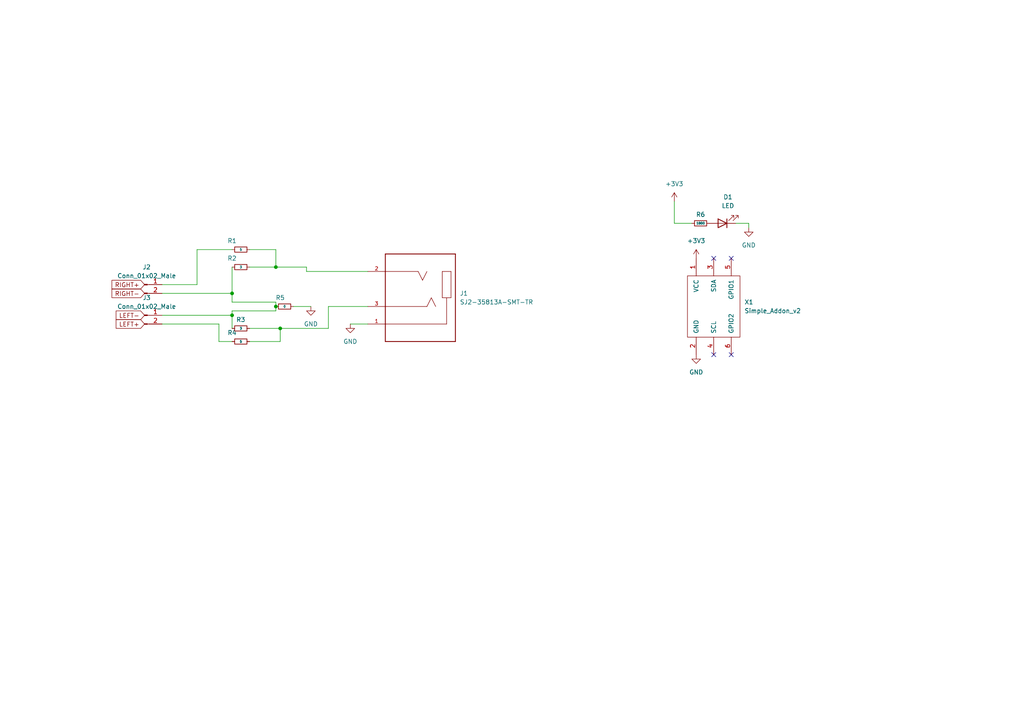
<source format=kicad_sch>
(kicad_sch (version 20211123) (generator eeschema)
  (paper "A4")
  (lib_symbols
    (symbol "Connector:Conn_01x02_Male" (pin_names (offset 1.016) hide)
      (property "Reference" "J" (at 0 2.54 0))
      (property "Value" "Conn_01x02_Male" (at 0 -5.08 0))
      (symbol "Conn_01x02_Male_1_1"
        (polyline (pts (xy 1.27 -2.54) (xy 0.8636 -2.54)) (stroke (width 0.1524)))
        (polyline (pts (xy 1.27 0) (xy 0.8636 0)) (stroke (width 0.1524)))
        (rectangle (start 0.8636 -2.413) (end 0 -2.667) (stroke (width 0.1524)) (fill (type outline)))
        (rectangle (start 0.8636 0.127) (end 0 -0.127) (stroke (width 0.1524)) (fill (type outline)))
        (pin passive line (at 5.08 0 180) (length 3.81) (name "Pin_1") (number "1"))
        (pin passive line (at 5.08 -2.54 180) (length 3.81) (name "Pin_2") (number "2"))
      )
    )
    (symbol "Device:LED" (pin_numbers hide) (pin_names (offset 1.016) hide)
      (property "Reference" "D" (at 0 2.54 0))
      (property "Value" "LED" (at 0 -2.54 0))
      (symbol "LED_0_1"
        (polyline (pts (xy -1.27 -1.27) (xy -1.27 1.27)) (stroke (width 0.254)))
        (polyline (pts (xy -1.27 0) (xy 1.27 0)))
        (polyline (pts (xy 1.27 -1.27) (xy 1.27 1.27) (xy -1.27 0) (xy 1.27 -1.27)) (stroke (width 0.254)))
        (polyline (pts (xy -3.048 -0.762) (xy -4.572 -2.286) (xy -3.81 -2.286) (xy -4.572 -2.286) (xy -4.572 -1.524)))
        (polyline (pts (xy -1.778 -0.762) (xy -3.302 -2.286) (xy -2.54 -2.286) (xy -3.302 -2.286) (xy -3.302 -1.524)))
      )
      (symbol "LED_1_1"
        (pin passive line (at -3.81 0 0) (length 2.54) (name "K") (number "1"))
        (pin passive line (at 3.81 0 180) (length 2.54) (name "A") (number "2"))
      )
    )
    (symbol "Device:R_Small" (pin_numbers hide) (pin_names (offset 0.254) hide)
      (property "Reference" "R" (at 0.762 0.508 0))
      (property "Value" "R_Small" (at 0.762 -1.016 0))
      (symbol "R_Small_0_1"
        (rectangle (start -0.762 1.778) (end 0.762 -1.778) (stroke (width 0.2032)))
      )
      (symbol "R_Small_1_1"
        (pin passive line (at 0 2.54 270) (length 0.762) (name "~") (number "1"))
        (pin passive line (at 0 -2.54 90) (length 0.762) (name "~") (number "2"))
      )
    )
    (symbol "SJ2-35813A-SMT-TR:SJ2-35813A-SMT-TR" (pin_names (offset 1.016) hide)
      (property "Reference" "J" (at -10.16 15.2654 0))
      (property "Value" "SJ2-35813A-SMT-TR" (at -10.1854 -17.8054 0))
      (symbol "SJ2-35813A-SMT-TR_0_0"
        (polyline (pts (xy -10.16 -12.7) (xy 10.16 -12.7)) (stroke (width 0.254)))
        (polyline (pts (xy -10.16 12.7) (xy -10.16 -12.7)) (stroke (width 0.254)))
        (polyline (pts (xy -8.89 -7.62) (xy -8.89 0)) (stroke (width 0.1524)))
        (polyline (pts (xy -8.89 0) (xy -7.62 0)) (stroke (width 0.1524)))
        (polyline (pts (xy -7.62 0) (xy -6.35 0)) (stroke (width 0.1524)))
        (polyline (pts (xy -7.62 7.62) (xy -7.62 0)) (stroke (width 0.1524)))
        (polyline (pts (xy -6.35 -7.62) (xy -8.89 -7.62)) (stroke (width 0.1524)))
        (polyline (pts (xy -6.35 0) (xy -6.35 -7.62)) (stroke (width 0.1524)))
        (polyline (pts (xy -3.175 0) (xy -4.445 2.54)) (stroke (width 0.1524)))
        (polyline (pts (xy -1.905 2.54) (xy -3.175 0)) (stroke (width 0.1524)))
        (polyline (pts (xy -0.635 -5.08) (xy -1.905 -7.62)) (stroke (width 0.1524)))
        (polyline (pts (xy 0.635 -7.62) (xy -0.635 -5.08)) (stroke (width 0.1524)))
        (polyline (pts (xy 10.16 -12.7) (xy 10.16 -7.62)) (stroke (width 0.254)))
        (polyline (pts (xy 10.16 -7.62) (xy 0.635 -7.62)) (stroke (width 0.1524)))
        (polyline (pts (xy 10.16 -7.62) (xy 10.16 2.54)) (stroke (width 0.254)))
        (polyline (pts (xy 10.16 2.54) (xy -1.905 2.54)) (stroke (width 0.1524)))
        (polyline (pts (xy 10.16 2.54) (xy 10.16 7.62)) (stroke (width 0.254)))
        (polyline (pts (xy 10.16 7.62) (xy -7.62 7.62)) (stroke (width 0.1524)))
        (polyline (pts (xy 10.16 7.62) (xy 10.16 12.7)) (stroke (width 0.254)))
        (polyline (pts (xy 10.16 12.7) (xy -10.16 12.7)) (stroke (width 0.254)))
        (pin passive line (at 15.24 7.62 180) (length 5.08) (name "~") (number "1"))
        (pin passive line (at 15.24 -7.62 180) (length 5.08) (name "~") (number "2"))
        (pin passive line (at 15.24 2.54 180) (length 5.08) (name "~") (number "3"))
      )
    )
    (symbol "Simple_Addon_v2:Simple_Addon_v2" (pin_names (offset 1.016))
      (property "Reference" "X" (at 0 0 0))
      (property "Value" "Simple_Addon_v2" (at 0 20.32 0))
      (symbol "Simple_Addon_v2_0_1"
        (rectangle (start -7.62 8.89) (end 7.62 -8.89))
      )
      (symbol "Simple_Addon_v2_1_1"
        (pin input line (at -5.08 13.97 270) (length 5.08) (name "VCC") (number "1"))
        (pin input line (at -5.08 -13.97 90) (length 5.08) (name "GND") (number "2"))
        (pin input line (at 0 13.97 270) (length 5.08) (name "SDA") (number "3"))
        (pin input line (at 0 -13.97 90) (length 5.08) (name "SCL") (number "4"))
        (pin input line (at 5.08 13.97 270) (length 5.08) (name "GPIO1") (number "5"))
        (pin input line (at 5.08 -13.97 90) (length 5.08) (name "GPIO2") (number "6"))
      )
    )
    (symbol "power:+3.3V" (power) (pin_names (offset 0))
      (property "Value" "+3.3V" (at 0 3.556 0))
      (symbol "+3.3V_0_1"
        (polyline (pts (xy -0.762 1.27) (xy 0 2.54)))
        (polyline (pts (xy 0 0) (xy 0 2.54)))
        (polyline (pts (xy 0 2.54) (xy 0.762 1.27)))
      )
      (symbol "+3.3V_1_1"
        (pin power_in line (at 0 0 90) (length 0) hide (name "+3V3") (number "1"))
      )
    )
    (symbol "power:GND" (power) (pin_names (offset 0))
      (property "Value" "GND" (at 0 -3.81 0))
      (symbol "GND_0_1"
        (polyline (pts (xy 0 0) (xy 0 -1.27) (xy 1.27 -1.27) (xy 0 -2.54) (xy -1.27 -1.27) (xy 0 -1.27)))
      )
      (symbol "GND_1_1"
        (pin power_in line (at 0 0 270) (length 0) hide (name "GND") (number "1"))
      )
    )
  )
  (junction (at 67.31 85.09))
  (junction (at 80.01 88.9))
  (junction (at 81.28 95.25))
  (junction (at 80.01 77.47))
  (junction (at 67.31 91.44))
  (no_connect (at 207.01 102.87))
  (no_connect (at 212.09 102.87))
  (no_connect (at 212.09 74.93))
  (no_connect (at 207.01 74.93))
  (wire (pts (xy 88.9 78.74) (xy 106.68 78.74)))
  (wire (pts (xy 57.15 82.55) (xy 46.99 82.55)))
  (wire (pts (xy 95.25 88.9) (xy 106.68 88.9)))
  (wire (pts (xy 81.28 95.25) (xy 95.25 95.25)))
  (wire (pts (xy 67.31 91.44) (xy 67.31 95.25)))
  (wire (pts (xy 46.99 85.09) (xy 67.31 85.09)))
  (wire (pts (xy 217.17 64.77) (xy 217.17 66.04)))
  (wire (pts (xy 72.39 72.39) (xy 80.01 72.39)))
  (wire (pts (xy 46.99 93.98) (xy 63.5 93.98)))
  (wire (pts (xy 46.99 91.44) (xy 67.31 91.44)))
  (wire (pts (xy 72.39 99.06) (xy 81.28 99.06)))
  (wire (pts (xy 88.9 77.47) (xy 88.9 78.74)))
  (wire (pts (xy 63.5 93.98) (xy 63.5 99.06)))
  (wire (pts (xy 81.28 99.06) (xy 81.28 95.25)))
  (wire (pts (xy 80.01 72.39) (xy 80.01 77.47)))
  (wire (pts (xy 80.01 90.17) (xy 80.01 88.9)))
  (wire (pts (xy 67.31 90.17) (xy 67.31 91.44)))
  (wire (pts (xy 72.39 77.47) (xy 80.01 77.47)))
  (wire (pts (xy 95.25 95.25) (xy 95.25 88.9)))
  (wire (pts (xy 72.39 95.25) (xy 81.28 95.25)))
  (wire (pts (xy 200.66 64.77) (xy 195.58 64.77)))
  (wire (pts (xy 67.31 87.63) (xy 67.31 85.09)))
  (wire (pts (xy 57.15 72.39) (xy 57.15 82.55)))
  (wire (pts (xy 67.31 87.63) (xy 80.01 87.63)))
  (wire (pts (xy 57.15 72.39) (xy 67.31 72.39)))
  (wire (pts (xy 63.5 99.06) (xy 67.31 99.06)))
  (wire (pts (xy 67.31 90.17) (xy 80.01 90.17)))
  (wire (pts (xy 213.36 64.77) (xy 217.17 64.77)))
  (wire (pts (xy 80.01 87.63) (xy 80.01 88.9)))
  (wire (pts (xy 80.01 77.47) (xy 88.9 77.47)))
  (wire (pts (xy 195.58 64.77) (xy 195.58 58.42)))
  (wire (pts (xy 85.09 88.9) (xy 90.17 88.9)))
  (wire (pts (xy 101.6 93.98) (xy 106.68 93.98)))
  (wire (pts (xy 67.31 85.09) (xy 67.31 77.47)))
  (global_label "LEFT-" (shape input) (at 41.91 91.44 180) (property "Intersheet References" "${INTERSHEET_REFS}" (effects hide)))
  (global_label "RIGHT-" (shape input) (at 41.91 85.09 180) (property "Intersheet References" "${INTERSHEET_REFS}" (effects hide)))
  (global_label "RIGHT+" (shape input) (at 41.91 82.55 180) (property "Intersheet References" "${INTERSHEET_REFS}" (effects hide)))
  (global_label "LEFT+" (shape input) (at 41.91 93.98 180) (property "Intersheet References" "${INTERSHEET_REFS}" (effects hide)))
  (symbol (lib_id "SJ2-35813A-SMT-TR:SJ2-35813A-SMT-TR") (at 121.92 86.36 180) (unit 1)
    (property "Reference" "J1" (at 133.35 85.0899 0) (effects (justify right)))
    (property "Value" "SJ2-35813A-SMT-TR" (at 133.35 87.6299 0) (effects (justify right)))
    (property "Footprint" "SJ2-35813A-SMT-TR:CUI_SJ2-35813A-SMT-TR" (effects hide))
    (property "Datasheet" "https://www.digikey.com/en/products/detail/cui-devices/SJ2-35813A-SMT-TR/6619557" (effects hide))
    (property "MANUFACTURER" "CUI" (effects hide))
    (property "STANDARD" "Manufacturer recommendation" (effects hide))
    (property "PART_REV" "1.01" (effects hide))
    (property "MPN" "SJ2-35813A-SMT-TR" (effects hide))
  )
  (symbol (lib_id "Device:R_Small") (at 69.85 99.06 90) (unit 1)
    (property "Reference" "R4" (at 67.31 96.52 90))
    (property "Value" "5" (at 69.85 99.06 90) (effects (font (size 0.635 0.635))))
    (property "Footprint" "Resistor_SMD:R_0805_2012Metric_Pad1.20x1.40mm_HandSolder" (effects hide))
  )
  (symbol (lib_id "Device:LED") (at 209.55 64.77 180) (unit 1)
    (property "Reference" "D1" (at 211.1375 57.15 0))
    (property "Value" "LED" (at 211.1375 59.69 0))
    (property "Footprint" "LED_SMD:LED_0805_2012Metric_Pad1.15x1.40mm_HandSolder" (effects hide))
  )
  (symbol (lib_id "Device:R_Small") (at 69.85 95.25 90) (unit 1)
    (property "Reference" "R3" (at 69.85 92.71 90))
    (property "Value" "3" (at 69.85 95.25 90) (effects (font (size 0.635 0.635))))
    (property "Footprint" "Resistor_SMD:R_0805_2012Metric_Pad1.20x1.40mm_HandSolder" (effects hide))
  )
  (symbol (lib_id "power:GND") (at 90.17 88.9 0) (unit 1)
    (property "Reference" "#PWR01" (effects hide))
    (property "Value" "GND" (at 90.17 93.98 0))
  )
  (symbol (lib_id "power:+3.3V") (at 201.93 74.93 0) (unit 1)
    (property "Reference" "#PWR04" (effects hide))
    (property "Value" "+3.3V" (at 201.93 69.85 0))
  )
  (symbol (lib_id "Connector:Conn_01x02_Male") (at 41.91 91.44 0) (unit 1)
    (property "Reference" "J3" (at 42.545 86.36 0))
    (property "Value" "Conn_01x02_Male" (at 42.545 88.9 0))
    (property "Footprint" "TerminalBlock_MetzConnect:TerminalBlock_MetzConnect_360381_1x01_Horizontal_ScrewM3.0" (effects hide))
    (property "Datasheet" "https://www.digikey.com/en/products/detail/w%C3%BCrth-elektronik/691214310002/11477478" (effects hide))
  )
  (symbol (lib_id "Connector:Conn_01x02_Male") (at 41.91 82.55 0) (unit 1)
    (property "Reference" "J2" (at 42.545 77.47 0))
    (property "Value" "Conn_01x02_Male" (at 42.545 80.01 0))
    (property "Footprint" "TerminalBlock_MetzConnect:TerminalBlock_MetzConnect_360381_1x01_Horizontal_ScrewM3.0" (effects hide))
    (property "Datasheet" "https://www.digikey.com/en/products/detail/w%C3%BCrth-elektronik/691214310002/11477478" (effects hide))
  )
  (symbol (lib_id "Device:R_Small") (at 203.2 64.77 90) (unit 1)
    (property "Reference" "R6" (at 203.2 62.23 90))
    (property "Value" "1000" (at 203.2 64.77 90) (effects (font (size 0.635 0.635))))
    (property "Footprint" "Resistor_SMD:R_0805_2012Metric_Pad1.20x1.40mm_HandSolder" (effects hide))
  )
  (symbol (lib_id "power:+3.3V") (at 195.58 58.42 0) (unit 1)
    (property "Reference" "#PWR03" (effects hide))
    (property "Value" "+3.3V" (at 195.58 53.34 0))
  )
  (symbol (lib_id "Device:R_Small") (at 69.85 72.39 90) (unit 1)
    (property "Reference" "R1" (at 67.31 69.85 90))
    (property "Value" "5" (at 69.85 72.39 90) (effects (font (size 0.635 0.635))))
    (property "Footprint" "Resistor_SMD:R_0805_2012Metric_Pad1.20x1.40mm_HandSolder" (effects hide))
  )
  (symbol (lib_id "Device:R_Small") (at 69.85 77.47 90) (unit 1)
    (property "Reference" "R2" (at 67.31 74.93 90))
    (property "Value" "3" (at 69.85 77.47 90) (effects (font (size 0.635 0.635))))
    (property "Footprint" "Resistor_SMD:R_0805_2012Metric_Pad1.20x1.40mm_HandSolder" (effects hide))
  )
  (symbol (lib_id "power:GND") (at 101.6 93.98 0) (unit 1)
    (property "Reference" "#PWR02" (effects hide))
    (property "Value" "GND" (at 101.6 99.06 0))
  )
  (symbol (lib_id "Device:R_Small") (at 82.55 88.9 90) (unit 1)
    (property "Reference" "R5" (at 81.28 86.36 90))
    (property "Value" "0" (at 82.55 88.9 90) (effects (font (size 0.635 0.635))))
    (property "Footprint" "Resistor_SMD:R_0805_2012Metric_Pad1.20x1.40mm_HandSolder" (effects hide))
  )
  (symbol (lib_id "power:GND") (at 217.17 66.04 0) (unit 1)
    (property "Reference" "#PWR06" (effects hide))
    (property "Value" "GND" (at 217.17 71.12 0))
  )
  (symbol (lib_id "Simple_Addon_v2:Simple_Addon_v2") (at 207.01 88.9 0) (unit 1)
    (property "Reference" "X1" (at 215.9 87.6299 0) (effects (justify left)))
    (property "Value" "Simple_Addon_v2" (at 215.9 90.1699 0) (effects (justify left)))
    (property "Footprint" "Simple_Addon_v2:Simple_Addon_v2-SAO-2x3" (effects hide))
  )
  (symbol (lib_id "power:GND") (at 201.93 102.87 0) (unit 1)
    (property "Reference" "#PWR05" (effects hide))
    (property "Value" "GND" (at 201.93 107.95 0))
  )
)
</source>
